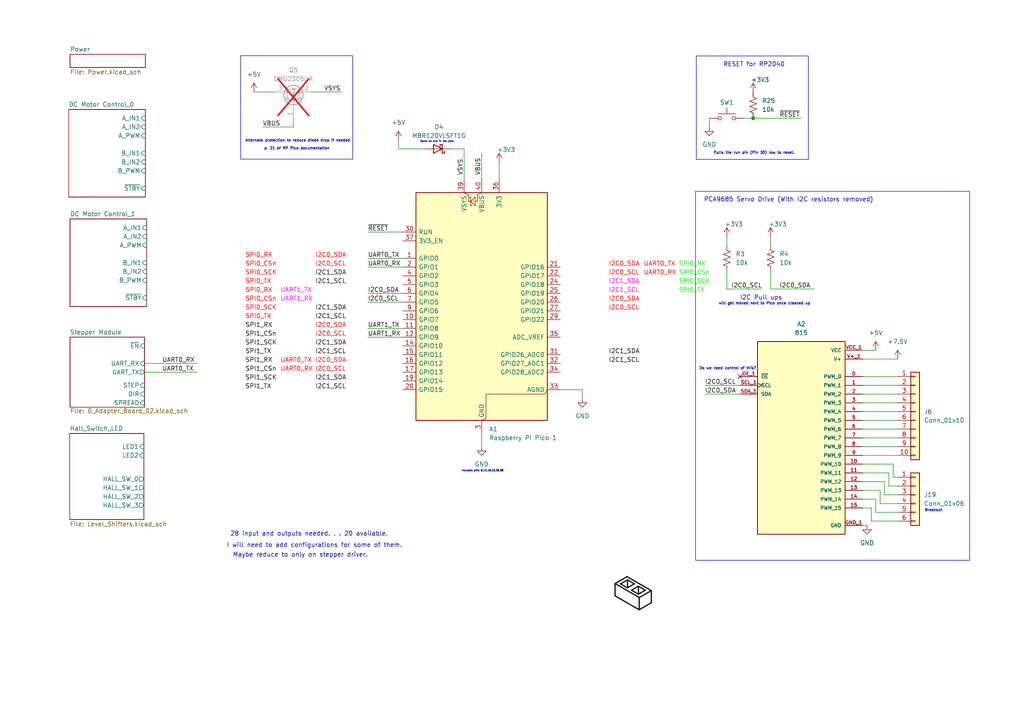
<source format=kicad_sch>
(kicad_sch (version 20250114) (generator "eeschema") (generator_version "9.0")
  (paper "A4")
  (title_block (title "Distribution Board") (date "2026-01-13") (rev "0.3") (company "basically"))
  (lib_symbols
    (symbol "815:815" (pin_names (offset 1.016))
      (property "Reference" "U" (at -12.7 28.702 0))
      (property "Value" "815" (at -12.7 -30.48 0))
      (symbol "815_0_0"
        (rectangle (start -12.7 -27.94) (end 12.7 27.94) (stroke (width 0.254)) (fill (type background)))
        (pin input line (at -17.78 17.78 0) (length 5.08) (name "~{OE}") (number "OE_1"))
        (pin input line (at -17.78 17.78 0) (length 5.08) (hide yes) (name "~{OE}") (number "OE_2"))
        (pin input clock (at -17.78 15.24 0) (length 5.08) (name "SCL") (number "SCL_1"))
        (pin input clock (at -17.78 15.24 0) (length 5.08) (hide yes) (name "SCL") (number "SCL_2"))
        (pin bidirectional line (at -17.78 12.7 0) (length 5.08) (name "SDA") (number "SDA_1"))
        (pin bidirectional line (at -17.78 12.7 0) (length 5.08) (hide yes) (name "SDA") (number "SDA_2"))
        (pin power_in line (at 17.78 25.4 180) (length 5.08) (name "VCC") (number "VCC_1"))
        (pin power_in line (at 17.78 25.4 180) (length 5.08) (hide yes) (name "VCC") (number "VCC_2"))
        (pin power_in line (at 17.78 22.86 180) (length 5.08) (name "V+") (number "V+_1"))
        (pin power_in line (at 17.78 22.86 180) (length 5.08) (hide yes) (name "V+") (number "V+_10"))
        (pin power_in line (at 17.78 22.86 180) (length 5.08) (hide yes) (name "V+") (number "V+_11"))
        (pin power_in line (at 17.78 22.86 180) (length 5.08) (hide yes) (name "V+") (number "V+_12"))
        (pin power_in line (at 17.78 22.86 180) (length 5.08) (hide yes) (name "V+") (number "V+_13"))
        (pin power_in line (at 17.78 22.86 180) (length 5.08) (hide yes) (name "V+") (number "V+_14"))
        (pin power_in line (at 17.78 22.86 180) (length 5.08) (hide yes) (name "V+") (number "V+_15"))
        (pin power_in line (at 17.78 22.86 180) (length 5.08) (hide yes) (name "V+") (number "V+_16"))
        (pin power_in line (at 17.78 22.86 180) (length 5.08) (hide yes) (name "V+") (number "V+_17"))
        (pin power_in line (at 17.78 22.86 180) (length 5.08) (hide yes) (name "V+") (number "V+_18"))
        (pin power_in line (at 17.78 22.86 180) (length 5.08) (hide yes) (name "V+") (number "V+_2"))
        (pin power_in line (at 17.78 22.86 180) (length 5.08) (hide yes) (name "V+") (number "V+_3"))
        (pin power_in line (at 17.78 22.86 180) (length 5.08) (hide yes) (name "V+") (number "V+_4"))
        (pin power_in line (at 17.78 22.86 180) (length 5.08) (hide yes) (name "V+") (number "V+_5"))
        (pin power_in line (at 17.78 22.86 180) (length 5.08) (hide yes) (name "V+") (number "V+_6"))
        (pin power_in line (at 17.78 22.86 180) (length 5.08) (hide yes) (name "V+") (number "V+_7"))
        (pin power_in line (at 17.78 22.86 180) (length 5.08) (hide yes) (name "V+") (number "V+_8"))
        (pin power_in line (at 17.78 22.86 180) (length 5.08) (hide yes) (name "V+") (number "V+_9"))
        (pin output line (at 17.78 17.78 180) (length 5.08) (name "PWM_0") (number "0"))
        (pin output line (at 17.78 15.24 180) (length 5.08) (name "PWM_1") (number "1"))
        (pin output line (at 17.78 12.7 180) (length 5.08) (name "PWM_2") (number "2"))
        (pin output line (at 17.78 10.16 180) (length 5.08) (name "PWM_3") (number "3"))
        (pin output line (at 17.78 7.62 180) (length 5.08) (name "PWM_4") (number "4"))
        (pin output line (at 17.78 5.08 180) (length 5.08) (name "PWM_5") (number "5"))
        (pin output line (at 17.78 2.54 180) (length 5.08) (name "PWM_6") (number "6"))
        (pin output line (at 17.78 0 180) (length 5.08) (name "PWM_7") (number "7"))
        (pin output line (at 17.78 -2.54 180) (length 5.08) (name "PWM_8") (number "8"))
        (pin output line (at 17.78 -5.08 180) (length 5.08) (name "PWM_9") (number "9"))
        (pin output line (at 17.78 -7.62 180) (length 5.08) (name "PWM_10") (number "10"))
        (pin output line (at 17.78 -10.16 180) (length 5.08) (name "PWM_11") (number "11"))
        (pin output line (at 17.78 -12.7 180) (length 5.08) (name "PWM_12") (number "12"))
        (pin output line (at 17.78 -15.24 180) (length 5.08) (name "PWM_13") (number "13"))
        (pin output line (at 17.78 -17.78 180) (length 5.08) (name "PWM_14") (number "14"))
        (pin output line (at 17.78 -20.32 180) (length 5.08) (name "PWM_15") (number "15"))
        (pin power_in line (at 17.78 -25.4 180) (length 5.08) (name "GND") (number "GND_1"))
        (pin power_in line (at 17.78 -25.4 180) (length 5.08) (hide yes) (name "GND") (number "GND_10"))
        (pin power_in line (at 17.78 -25.4 180) (length 5.08) (hide yes) (name "GND") (number "GND_11"))
        (pin power_in line (at 17.78 -25.4 180) (length 5.08) (hide yes) (name "GND") (number "GND_12"))
        (pin power_in line (at 17.78 -25.4 180) (length 5.08) (hide yes) (name "GND") (number "GND_13"))
        (pin power_in line (at 17.78 -25.4 180) (length 5.08) (hide yes) (name "GND") (number "GND_14"))
        (pin power_in line (at 17.78 -25.4 180) (length 5.08) (hide yes) (name "GND") (number "GND_15"))
        (pin power_in line (at 17.78 -25.4 180) (length 5.08) (hide yes) (name "GND") (number "GND_16"))
        (pin power_in line (at 17.78 -25.4 180) (length 5.08) (hide yes) (name "GND") (number "GND_17"))
        (pin power_in line (at 17.78 -25.4 180) (length 5.08) (hide yes) (name "GND") (number "GND_18"))
        (pin power_in line (at 17.78 -25.4 180) (length 5.08) (hide yes) (name "GND") (number "GND_2"))
        (pin power_in line (at 17.78 -25.4 180) (length 5.08) (hide yes) (name "GND") (number "GND_3"))
        (pin power_in line (at 17.78 -25.4 180) (length 5.08) (hide yes) (name "GND") (number "GND_4"))
        (pin power_in line (at 17.78 -25.4 180) (length 5.08) (hide yes) (name "GND") (number "GND_5"))
        (pin power_in line (at 17.78 -25.4 180) (length 5.08) (hide yes) (name "GND") (number "GND_6"))
        (pin power_in line (at 17.78 -25.4 180) (length 5.08) (hide yes) (name "GND") (number "GND_7"))
        (pin power_in line (at 17.78 -25.4 180) (length 5.08) (hide yes) (name "GND") (number "GND_8"))
        (pin power_in line (at 17.78 -25.4 180) (length 5.08) (hide yes) (name "GND") (number "GND_9"))
      )
    )
    (symbol "Connector_Generic:Conn_01x06" (pin_names (offset 1.016) (hide yes))
      (property "Reference" "J" (at 0 7.62 0))
      (property "Value" "Conn_01x06" (at 0 -10.16 0))
      (symbol "Conn_01x06_1_1"
        (rectangle (start -1.27 6.35) (end 1.27 -8.89) (stroke (width 0.254)) (fill (type background)))
        (rectangle (start -1.27 5.207) (end 0 4.953) (stroke (width 0.1524)))
        (rectangle (start -1.27 2.667) (end 0 2.413) (stroke (width 0.1524)))
        (rectangle (start -1.27 0.127) (end 0 -0.127) (stroke (width 0.1524)))
        (rectangle (start -1.27 -2.413) (end 0 -2.667) (stroke (width 0.1524)))
        (rectangle (start -1.27 -4.953) (end 0 -5.207) (stroke (width 0.1524)))
        (rectangle (start -1.27 -7.493) (end 0 -7.747) (stroke (width 0.1524)))
        (pin passive line (at -5.08 5.08 0) (length 3.81) (name "Pin_1") (number "1"))
        (pin passive line (at -5.08 2.54 0) (length 3.81) (name "Pin_2") (number "2"))
        (pin passive line (at -5.08 0 0) (length 3.81) (name "Pin_3") (number "3"))
        (pin passive line (at -5.08 -2.54 0) (length 3.81) (name "Pin_4") (number "4"))
        (pin passive line (at -5.08 -5.08 0) (length 3.81) (name "Pin_5") (number "5"))
        (pin passive line (at -5.08 -7.62 0) (length 3.81) (name "Pin_6") (number "6"))
      )
    )
    (symbol "Connector_Generic:Conn_01x10" (pin_names (offset 1.016) (hide yes))
      (property "Reference" "J" (at 0 12.7 0))
      (property "Value" "Conn_01x10" (at 0 -15.24 0))
      (symbol "Conn_01x10_1_1"
        (rectangle (start -1.27 11.43) (end 1.27 -13.97) (stroke (width 0.254)) (fill (type background)))
        (rectangle (start -1.27 10.287) (end 0 10.033) (stroke (width 0.1524)))
        (rectangle (start -1.27 7.747) (end 0 7.493) (stroke (width 0.1524)))
        (rectangle (start -1.27 5.207) (end 0 4.953) (stroke (width 0.1524)))
        (rectangle (start -1.27 2.667) (end 0 2.413) (stroke (width 0.1524)))
        (rectangle (start -1.27 0.127) (end 0 -0.127) (stroke (width 0.1524)))
        (rectangle (start -1.27 -2.413) (end 0 -2.667) (stroke (width 0.1524)))
        (rectangle (start -1.27 -4.953) (end 0 -5.207) (stroke (width 0.1524)))
        (rectangle (start -1.27 -7.493) (end 0 -7.747) (stroke (width 0.1524)))
        (rectangle (start -1.27 -10.033) (end 0 -10.287) (stroke (width 0.1524)))
        (rectangle (start -1.27 -12.573) (end 0 -12.827) (stroke (width 0.1524)))
        (pin passive line (at -5.08 10.16 0) (length 3.81) (name "Pin_1") (number "1"))
        (pin passive line (at -5.08 7.62 0) (length 3.81) (name "Pin_2") (number "2"))
        (pin passive line (at -5.08 5.08 0) (length 3.81) (name "Pin_3") (number "3"))
        (pin passive line (at -5.08 2.54 0) (length 3.81) (name "Pin_4") (number "4"))
        (pin passive line (at -5.08 0 0) (length 3.81) (name "Pin_5") (number "5"))
        (pin passive line (at -5.08 -2.54 0) (length 3.81) (name "Pin_6") (number "6"))
        (pin passive line (at -5.08 -5.08 0) (length 3.81) (name "Pin_7") (number "7"))
        (pin passive line (at -5.08 -7.62 0) (length 3.81) (name "Pin_8") (number "8"))
        (pin passive line (at -5.08 -10.16 0) (length 3.81) (name "Pin_9") (number "9"))
        (pin passive line (at -5.08 -12.7 0) (length 3.81) (name "Pin_10") (number "10"))
      )
    )
    (symbol "Device:D_Schottky" (pin_numbers (hide yes)) (pin_names (offset 1.016) (hide yes))
      (property "Reference" "D" (at 0 2.54 0))
      (property "Value" "D_Schottky" (at 0 -2.54 0))
      (symbol "D_Schottky_0_1"
        (polyline (pts (xy -1.905 0.635) (xy -1.905 1.27) (xy -1.27 1.27) (xy -1.27 -1.27) (xy -0.635 -1.27) (xy -0.635 -0.635)) (stroke (width 0.254)))
        (polyline (pts (xy 1.27 1.27) (xy 1.27 -1.27) (xy -1.27 0) (xy 1.27 1.27)) (stroke (width 0.254)))
        (polyline (pts (xy 1.27 0) (xy -1.27 0)))
      )
      (symbol "D_Schottky_1_1"
        (pin passive line (at -3.81 0 0) (length 2.54) (name "K") (number "1"))
        (pin passive line (at 3.81 0 180) (length 2.54) (name "A") (number "2"))
      )
    )
    (symbol "Device:R_US" (pin_numbers (hide yes)) (pin_names (offset 0))
      (property "Reference" "R" (at 2.54 0 90))
      (property "Value" "R_US" (at -2.54 0 90))
      (symbol "R_US_0_1"
        (polyline (pts (xy 0 2.286) (xy 0 2.54)))
        (polyline (pts (xy 0 2.286) (xy 1.016 1.905) (xy 0 1.524) (xy -1.016 1.143) (xy 0 0.762)))
        (polyline (pts (xy 0 0.762) (xy 1.016 0.381) (xy 0 0) (xy -1.016 -0.381) (xy 0 -0.762)))
        (polyline (pts (xy 0 -0.762) (xy 1.016 -1.143) (xy 0 -1.524) (xy -1.016 -1.905) (xy 0 -2.286)))
        (polyline (pts (xy 0 -2.286) (xy 0 -2.54)))
      )
      (symbol "R_US_1_1"
        (pin passive line (at 0 3.81 270) (length 1.27) (name "~") (number "1"))
        (pin passive line (at 0 -3.81 90) (length 1.27) (name "~") (number "2"))
      )
    )
    (symbol "MCU_Module:RaspberryPi_Pico" (pin_names (offset 0.762))
      (property "Reference" "A" (at -19.05 35.56 0))
      (property "Value" "RaspberryPi_Pico" (at 7.62 35.56 0))
      (symbol "RaspberryPi_Pico_0_1"
        (rectangle (start -19.05 34.29) (end 19.05 -31.75) (stroke (width 0.254)) (fill (type background)))
        (polyline (pts (xy -5.08 34.29) (xy -3.81 33.655) (xy -3.81 31.75) (xy -3.175 31.75)))
        (polyline (pts (xy -3.429 32.766) (xy -3.429 33.02) (xy -3.175 33.02) (xy -3.175 30.48) (xy -2.921 30.48) (xy -2.921 30.734)))
        (polyline (pts (xy -3.175 31.75) (xy -1.905 33.02) (xy -1.905 30.48) (xy -3.175 31.75)))
        (polyline (pts (xy 0 34.29) (xy -1.27 33.655) (xy -1.27 31.75) (xy -1.905 31.75)))
        (polyline (pts (xy 0 -31.75) (xy 1.27 -31.115) (xy 1.27 -24.13) (xy 18.415 -24.13) (xy 19.05 -22.86)))
      )
      (symbol "RaspberryPi_Pico_1_1"
        (pin passive line (at -22.86 22.86 0) (length 3.81) (name "RUN") (number "30"))
        (pin passive line (at -22.86 20.32 0) (length 3.81) (name "3V3_EN") (number "37"))
        (pin bidirectional line (at -22.86 15.24 0) (length 3.81) (name "GPIO0") (number "1"))
        (pin bidirectional line (at -22.86 12.7 0) (length 3.81) (name "GPIO1") (number "2"))
        (pin bidirectional line (at -22.86 10.16 0) (length 3.81) (name "GPIO2") (number "4"))
        (pin bidirectional line (at -22.86 7.62 0) (length 3.81) (name "GPIO3") (number "5"))
        (pin bidirectional line (at -22.86 5.08 0) (length 3.81) (name "GPIO4") (number "6"))
        (pin bidirectional line (at -22.86 2.54 0) (length 3.81) (name "GPIO5") (number "7"))
        (pin bidirectional line (at -22.86 0 0) (length 3.81) (name "GPIO6") (number "9"))
        (pin bidirectional line (at -22.86 -2.54 0) (length 3.81) (name "GPIO7") (number "10"))
        (pin bidirectional line (at -22.86 -5.08 0) (length 3.81) (name "GPIO8") (number "11"))
        (pin bidirectional line (at -22.86 -7.62 0) (length 3.81) (name "GPIO9") (number "12"))
        (pin bidirectional line (at -22.86 -10.16 0) (length 3.81) (name "GPIO10") (number "14"))
        (pin bidirectional line (at -22.86 -12.7 0) (length 3.81) (name "GPIO11") (number "15"))
        (pin bidirectional line (at -22.86 -15.24 0) (length 3.81) (name "GPIO12") (number "16"))
        (pin bidirectional line (at -22.86 -17.78 0) (length 3.81) (name "GPIO13") (number "17"))
        (pin bidirectional line (at -22.86 -20.32 0) (length 3.81) (name "GPIO14") (number "19"))
        (pin bidirectional line (at -22.86 -22.86 0) (length 3.81) (name "GPIO15") (number "20"))
        (pin power_in line (at -5.08 38.1 270) (length 3.81) (name "VSYS") (number "39"))
        (pin power_out line (at 0 38.1 270) (length 3.81) (name "VBUS") (number "40"))
        (pin passive line (at 0 -35.56 90) (length 3.81) (hide yes) (name "GND") (number "13"))
        (pin passive line (at 0 -35.56 90) (length 3.81) (hide yes) (name "GND") (number "18"))
        (pin passive line (at 0 -35.56 90) (length 3.81) (hide yes) (name "GND") (number "23"))
        (pin passive line (at 0 -35.56 90) (length 3.81) (hide yes) (name "GND") (number "28"))
        (pin power_out line (at 0 -35.56 90) (length 3.81) (name "GND") (number "3"))
        (pin passive line (at 0 -35.56 90) (length 3.81) (hide yes) (name "GND") (number "38"))
        (pin passive line (at 0 -35.56 90) (length 3.81) (hide yes) (name "GND") (number "8"))
        (pin power_out line (at 5.08 38.1 270) (length 3.81) (name "3V3") (number "36"))
        (pin bidirectional line (at 22.86 12.7 180) (length 3.81) (name "GPIO16") (number "21"))
        (pin bidirectional line (at 22.86 10.16 180) (length 3.81) (name "GPIO17") (number "22"))
        (pin bidirectional line (at 22.86 7.62 180) (length 3.81) (name "GPIO18") (number "24"))
        (pin bidirectional line (at 22.86 5.08 180) (length 3.81) (name "GPIO19") (number "25"))
        (pin bidirectional line (at 22.86 2.54 180) (length 3.81) (name "GPIO20") (number "26"))
        (pin bidirectional line (at 22.86 0 180) (length 3.81) (name "GPIO21") (number "27"))
        (pin bidirectional line (at 22.86 -2.54 180) (length 3.81) (name "GPIO22") (number "29"))
        (pin power_in line (at 22.86 -7.62 180) (length 3.81) (name "ADC_VREF") (number "35"))
        (pin bidirectional line (at 22.86 -12.7 180) (length 3.81) (name "GPIO26_ADC0") (number "31"))
        (pin bidirectional line (at 22.86 -15.24 180) (length 3.81) (name "GPIO27_ADC1") (number "32"))
        (pin bidirectional line (at 22.86 -17.78 180) (length 3.81) (name "GPIO28_ADC2") (number "34"))
        (pin power_out line (at 22.86 -22.86 180) (length 3.81) (name "AGND") (number "33"))
      )
    )
    (symbol "Switch:SW_Push" (pin_numbers (hide yes)) (pin_names (offset 1.016) (hide yes))
      (property "Reference" "SW" (at 1.27 2.54 0))
      (property "Value" "SW_Push" (at 0 -1.524 0))
      (symbol "SW_Push_0_1"
        (circle (center -2.032 0) (radius 0.508))
        (polyline (pts (xy 0 1.27) (xy 0 3.048)))
        (circle (center 2.032 0) (radius 0.508))
        (polyline (pts (xy 2.54 1.27) (xy -2.54 1.27)))
        (pin passive line (at -5.08 0 0) (length 2.54) (name "1") (number "1"))
        (pin passive line (at 5.08 0 180) (length 2.54) (name "2") (number "2"))
      )
    )
    (symbol "Transistor_FET:DMG2301L" (pin_names (hide yes))
      (property "Reference" "Q" (at 5.08 1.905 0))
      (property "Value" "DMG2301L" (at 5.08 0 0))
      (symbol "DMG2301L_0_1"
        (polyline (pts (xy 0.254 1.905) (xy 0.254 -1.905)) (stroke (width 0.254)))
        (polyline (pts (xy 0.254 0) (xy -2.54 0)))
        (polyline (pts (xy 0.762 2.286) (xy 0.762 1.27)) (stroke (width 0.254)))
        (polyline (pts (xy 0.762 1.778) (xy 3.302 1.778) (xy 3.302 -1.778) (xy 0.762 -1.778)))
        (polyline (pts (xy 0.762 0.508) (xy 0.762 -0.508)) (stroke (width 0.254)))
        (polyline (pts (xy 0.762 -1.27) (xy 0.762 -2.286)) (stroke (width 0.254)))
        (circle (center 1.651 0) (radius 2.794) (stroke (width 0.254)))
        (polyline (pts (xy 2.286 0) (xy 1.27 0.381) (xy 1.27 -0.381) (xy 2.286 0)) (fill (type outline)))
        (polyline (pts (xy 2.54 2.54) (xy 2.54 1.778)))
        (circle (center 2.54 1.778) (radius 0.254) (fill (type outline)))
        (circle (center 2.54 -1.778) (radius 0.254) (fill (type outline)))
        (polyline (pts (xy 2.54 -2.54) (xy 2.54 0) (xy 0.762 0)))
        (polyline (pts (xy 2.794 -0.508) (xy 2.921 -0.381) (xy 3.683 -0.381) (xy 3.81 -0.254)))
        (polyline (pts (xy 3.302 -0.381) (xy 2.921 0.254) (xy 3.683 0.254) (xy 3.302 -0.381)))
      )
      (symbol "DMG2301L_1_1"
        (pin input line (at -5.08 0 0) (length 2.54) (name "G") (number "1"))
        (pin passive line (at 2.54 5.08 270) (length 2.54) (name "D") (number "3"))
        (pin passive line (at 2.54 -5.08 90) (length 2.54) (name "S") (number "2"))
      )
    )
    (symbol "power:+3V3" (power) (pin_numbers (hide yes)) (pin_names (offset 0) (hide yes))
      (property "Value" "+3V3" (at 0 3.556 0))
      (symbol "+3V3_0_1"
        (polyline (pts (xy -0.762 1.27) (xy 0 2.54)))
        (polyline (pts (xy 0 2.54) (xy 0.762 1.27)))
        (polyline (pts (xy 0 0) (xy 0 2.54)))
      )
      (symbol "+3V3_1_1"
        (pin power_in line (at 0 0 90) (length 0) (name "~") (number "1"))
      )
    )
    (symbol "power:+5V" (power) (pin_numbers (hide yes)) (pin_names (offset 0) (hide yes))
      (property "Value" "+5V" (at 0 3.556 0))
      (symbol "+5V_0_1"
        (polyline (pts (xy -0.762 1.27) (xy 0 2.54)))
        (polyline (pts (xy 0 2.54) (xy 0.762 1.27)))
        (polyline (pts (xy 0 0) (xy 0 2.54)))
      )
      (symbol "+5V_1_1"
        (pin power_in line (at 0 0 90) (length 0) (name "~") (number "1"))
      )
    )
    (symbol "power:+7.5V" (power) (pin_numbers (hide yes)) (pin_names (offset 0) (hide yes))
      (property "Value" "+7.5V" (at 0 3.556 0))
      (symbol "+7.5V_0_1"
        (polyline (pts (xy -0.762 1.27) (xy 0 2.54)))
        (polyline (pts (xy 0 2.54) (xy 0.762 1.27)))
        (polyline (pts (xy 0 0) (xy 0 2.54)))
      )
      (symbol "+7.5V_1_1"
        (pin power_in line (at 0 0 90) (length 0) (name "~") (number "1"))
      )
    )
    (symbol "power:GND" (power) (pin_numbers (hide yes)) (pin_names (offset 0) (hide yes))
      (property "Value" "GND" (at 0 -3.81 0))
      (symbol "GND_0_1"
        (polyline (pts (xy 0 0) (xy 0 -1.27) (xy 1.27 -1.27) (xy 0 -2.54) (xy -1.27 -1.27) (xy 0 -1.27)))
      )
      (symbol "GND_1_1"
        (pin power_in line (at 0 0 270) (length 0) (name "~") (number "1"))
      )
    )
  )
  (polyline (pts (xy 184.3039 169.3306) (xy 182.0003 170.701) (xy 179.6441 169.3612) (xy 180.3124 169.3612) (xy 181.8357 170.2408) (xy 181.8357 168.4817) (xy 182.1678 168.4817) (xy 182.1678 170.19) (xy 183.6373 169.3327) (xy 182.1678 168.4817) (xy 181.8357 168.4817) (xy 180.3124 169.3612) (xy 179.6441 169.3612) (xy 179.6432 169.3607) (xy 182 168) (xy 184.3039 169.3306)) (stroke (width -0.0001) (type solid) (color 0 0 0 1)) (fill (type color) (color 0 0 0 1)))
  (rectangle (start 69.81 16.15) (end 102.31 46.15))
  (polyline (pts (xy 185.1766 169.8368) (xy 187.4805 171.1674) (xy 185.177 172.5378) (xy 182.8205 171.198) (xy 183.489 171.198) (xy 185.0124 172.0776) (xy 185.0124 172.0269) (xy 185.3445 172.0269) (xy 186.8139 171.1694) (xy 185.3445 170.3185) (xy 185.3445 172.0269) (xy 185.0124 172.0269) (xy 185.0124 170.3185) (xy 183.489 171.198) (xy 182.8205 171.198) (xy 182.8198 171.1975) (xy 185.1766 169.8368) (xy 185.1766 169.8368)) (stroke (width -0.0001) (type solid) (color 0 0 0 1)) (fill (type color) (color 0 0 0 1)))
  (rectangle (start 201.73 55.5) (end 281.23 162.5))
  (polyline (pts (xy 189.0826 171.2253) (xy 189.0826 174.9035) (xy 185.3743 177.0431) (xy 178.2174 172.9153) (xy 178.2174 172.7176) (xy 178.5525 172.7176) (xy 185.2371 176.5771) (xy 185.2371 173.4177) (xy 185.5721 173.4177) (xy 185.5721 176.5434) (xy 188.7462 174.7108) (xy 188.7462 171.5851) (xy 185.5721 173.4177) (xy 185.2371 173.4177) (xy 185.2371 173.3943) (xy 178.5525 169.535) (xy 178.5525 172.7176) (xy 178.2174 172.7176) (xy 178.2174 169.2535) (xy 178.7349 169.2535) (xy 185.4249 173.1159) (xy 188.5599 171.3059) (xy 181.8689 167.4429) (xy 178.7349 169.2535) (xy 178.2174 169.2535) (xy 178.2174 169.1678) (xy 181.8509 167.0456) (xy 189.0826 171.2253)) (stroke (width -0.0001) (type solid) (color 0 0 0 1)) (fill (type color) (color 0 0 0 1)))
  (rectangle (start 201.95 16.23) (end 234.45 46.23))
  (text "Do we need control of this?" (at 211.074 106.934 0) (effects (font (size 0.762 0.762))))
  (text "I will need to add configurations for some of them. " (at 91.694 158.242 0) (effects (font (size 1.27 1.27))))
  (text "Pulls the run pin (Pin 30) low to reset." (at 218.694 44.45 0) (effects (font (size 0.762 0.762))))
  (text "Breakout" (at 270.764 148.082 0) (effects (font (size 0.762 0.762))))
  (text "p. 21 of RP Pico documentation" (at 86.106 43.18 0) (effects (font (size 0.762 0.762))))
  (text "PCA9685 Servo Drive (With I2C resistors removed)" (at 228.73 58 0) (effects (font (size 1.27 1.27))))
  (text "RESET for RP2040" (at 218.694 18.796 0) (effects (font (size 1.27 1.27))))
  (text "Maybe reduce to only on stepper driver." (at 87.122 161.036 0) (effects (font (size 1.27 1.27))))
  (text "will get moved next to Pico once cleaned up" (at 221.742 88.138 0) (effects (font (size 0.762 0.762))))
  (text "I2C Pull ups\n" (at 220.73 86.46 0) (effects (font (size 1.27 1.27))))
  (text "Alternate protection to reduce diode drop if needed" (at 86.36 40.894 0) (effects (font (size 0.762 0.762))))
  (text "Same as one in the pico" (at 126.746 41.148 0) (effects (font (size 0.508 0.508))))
  (text "Includes pins 8,13,18,23,28,38" (at 139.954 136.652 0) (effects (font (size 0.508 0.508))))
  (text "28 input and outputs needed. . . 20 available." (at 89.662 154.94 0) (effects (font (size 1.27 1.27))))
  (junction (at 218.44 34.29))
  (no_connect (at 214.63 109.22))
  (wire (pts (xy 115.57 40.64) (xy 115.57 43.18)))
  (wire (pts (xy 115.57 43.18) (xy 123.19 43.18)))
  (wire (pts (xy 254 148.59) (xy 254 144.78)))
  (wire (pts (xy 260.35 119.38) (xy 250.19 119.38)))
  (wire (pts (xy 85.09 36.83) (xy 85.09 34.29)))
  (wire (pts (xy 106.68 87.63) (xy 116.84 87.63)))
  (wire (pts (xy 252.73 147.32) (xy 250.19 147.32)))
  (wire (pts (xy 130.81 43.18) (xy 134.62 43.18)))
  (wire (pts (xy 256.54 143.51) (xy 256.54 139.7)))
  (wire (pts (xy 106.68 85.09) (xy 116.84 85.09)))
  (wire (pts (xy 250.19 152.4) (xy 251.46 152.4)))
  (wire (pts (xy 73.66 26.67) (xy 80.01 26.67)))
  (wire (pts (xy 260.35 111.76) (xy 250.19 111.76)))
  (wire (pts (xy 257.81 140.97) (xy 257.81 137.16)))
  (wire (pts (xy 139.7 125.73) (xy 139.7 129.54)))
  (wire (pts (xy 252.73 151.13) (xy 252.73 147.32)))
  (wire (pts (xy 204.47 114.3) (xy 214.63 114.3)))
  (wire (pts (xy 260.35 109.22) (xy 250.19 109.22)))
  (wire (pts (xy 204.47 111.76) (xy 214.63 111.76)))
  (wire (pts (xy 260.35 116.84) (xy 250.19 116.84)))
  (wire (pts (xy 260.35 124.46) (xy 250.19 124.46)))
  (wire (pts (xy 106.68 95.25) (xy 116.84 95.25)))
  (wire (pts (xy 260.35 140.97) (xy 257.81 140.97)))
  (wire (pts (xy 223.52 83.82) (xy 236.22 83.82)))
  (wire (pts (xy 106.68 74.93) (xy 116.84 74.93)))
  (wire (pts (xy 260.35 121.92) (xy 250.19 121.92)))
  (wire (pts (xy 260.35 148.59) (xy 254 148.59)))
  (wire (pts (xy 205.74 34.29) (xy 205.74 36.83)))
  (wire (pts (xy 210.82 68.58) (xy 210.82 71.12)))
  (wire (pts (xy 260.35 129.54) (xy 250.19 129.54)))
  (wire (pts (xy 210.82 83.82) (xy 220.98 83.82)))
  (wire (pts (xy 260.35 146.05) (xy 255.27 146.05)))
  (wire (pts (xy 260.35 151.13) (xy 252.73 151.13)))
  (wire (pts (xy 259.08 138.43) (xy 259.08 134.62)))
  (wire (pts (xy 168.91 113.03) (xy 162.56 113.03)))
  (wire (pts (xy 215.9 34.29) (xy 218.44 34.29)))
  (wire (pts (xy 41.91 105.41) (xy 57.15 105.41)))
  (wire (pts (xy 256.54 139.7) (xy 250.19 139.7)))
  (wire (pts (xy 106.68 67.31) (xy 116.84 67.31)))
  (wire (pts (xy 250.19 101.6) (xy 254 101.6)))
  (wire (pts (xy 210.82 78.74) (xy 210.82 83.82)))
  (wire (pts (xy 76.2 36.83) (xy 85.09 36.83)))
  (wire (pts (xy 41.91 107.95) (xy 57.15 107.95)))
  (wire (pts (xy 260.35 143.51) (xy 256.54 143.51)))
  (wire (pts (xy 260.35 127) (xy 250.19 127)))
  (wire (pts (xy 134.62 43.18) (xy 134.62 52.07)))
  (wire (pts (xy 250.19 104.14) (xy 260.35 104.14)))
  (wire (pts (xy 260.35 114.3) (xy 250.19 114.3)))
  (wire (pts (xy 218.44 34.29) (xy 232.41 34.29)))
  (wire (pts (xy 260.35 132.08) (xy 250.19 132.08)))
  (wire (pts (xy 255.27 142.24) (xy 250.19 142.24)))
  (wire (pts (xy 255.27 146.05) (xy 255.27 142.24)))
  (wire (pts (xy 90.17 26.67) (xy 99.06 26.67)))
  (wire (pts (xy 168.91 115.57) (xy 168.91 113.03)))
  (wire (pts (xy 259.08 134.62) (xy 250.19 134.62)))
  (wire (pts (xy 254 144.78) (xy 250.19 144.78)))
  (wire (pts (xy 106.68 77.47) (xy 116.84 77.47)))
  (wire (pts (xy 144.78 46.99) (xy 144.78 52.07)))
  (wire (pts (xy 139.7 44.45) (xy 139.7 52.07)))
  (wire (pts (xy 223.52 78.74) (xy 223.52 83.82)))
  (polyline (pts (xy 182 168) (xy 182 168)) (stroke (width -0.0001) (type solid)))
  (wire (pts (xy 257.81 137.16) (xy 250.19 137.16)))
  (wire (pts (xy 259.08 138.43) (xy 260.35 138.43)))
  (wire (pts (xy 106.68 97.79) (xy 116.84 97.79)))
  (wire (pts (xy 223.52 68.58) (xy 223.52 71.12)))
  (label "I2C0_SDA" (at 176.53 87.63 0))
  (label "VBUS" (at 76.2 36.83 0))
  (label "UART0_TX" (at 186.69 77.47 0))
  (label "UART0_TX" (at 81.28 105.41 0))
  (label "SPI1_CSn" (at 71.12 107.95 0))
  (label "I2C0_SDA" (at 204.47 114.3 0))
  (label "SPI0_CSn" (at 71.12 77.47 0))
  (label "UART0_RX" (at 81.28 107.95 0))
  (label "UART1_RX" (at 81.28 87.63 0))
  (label "I2C0_SCL" (at 204.47 111.76 0))
  (label "UART0_RX" (at 46.99 105.41 0))
  (label "I2C1_SDA" (at 91.44 80.01 0))
  (label "I2C1_SCL" (at 91.44 82.55 0))
  (label "I2C1_SDA" (at 176.53 82.55 0))
  (label "VSYS" (at 93.98 26.67 0))
  (label "SPI0_TX" (at 71.12 92.71 0))
  (label "I2C1_SDA" (at 91.44 110.49 0))
  (label "I2C1_SDA" (at 91.44 100.33 0))
  (label "SPI1_RX" (at 71.12 105.41 0))
  (label "UART1_TX" (at 81.28 85.09 0))
  (label "SPI1_SCK" (at 71.12 110.49 0))
  (label "I2C0_SCL" (at 106.68 87.63 0))
  (label "SPI1_RX" (at 71.12 95.25 0))
  (label "I2C0_SDA" (at 176.53 77.47 0))
  (label "SPI0_CSn" (at 196.85 80.01 0))
  (label "I2C1_SCL" (at 91.44 102.87 0))
  (label "I2C1_SCL" (at 91.44 92.71 0))
  (label "SPI0_RX" (at 71.12 85.09 0))
  (label "UART1_RX" (at 106.68 97.79 0))
  (label "I2C0_SCL" (at 91.44 97.79 0))
  (label "UART0_RX" (at 106.68 77.47 0))
  (label "I2C0_SDA" (at 91.44 95.25 0))
  (label "I2C1_SDA" (at 91.44 90.17 0))
  (label "SPI0_TX" (at 196.85 85.09 0))
  (label "~{RESET}" (at 106.68 67.31 0))
  (label "I2C0_SCL" (at 176.53 80.01 0))
  (label "I2C1_SCL" (at 176.53 105.41 0))
  (label "I2C0_SDA" (at 226.06 83.82 0))
  (label "SPI0_RX" (at 71.12 74.93 0))
  (label "SPI1_TX" (at 71.12 113.03 0))
  (label "SPI0_SCK" (at 71.12 90.17 0))
  (label "I2C1_SCL" (at 176.53 85.09 0))
  (label "I2C0_SCL" (at 91.44 107.95 0))
  (label "I2C0_SDA" (at 91.44 105.41 0))
  (label "SPI1_SCK" (at 71.12 100.33 0))
  (label "SPI1_CSn" (at 71.12 97.79 0))
  (label "UART1_TX" (at 106.68 95.25 0))
  (label "SPI1_TX" (at 71.12 102.87 0))
  (label "I2C0_SCL" (at 91.44 77.47 0))
  (label "SPI0_CSn" (at 71.12 87.63 0))
  (label "I2C0_SDA" (at 91.44 74.93 0))
  (label "UART0_RX" (at 186.69 80.01 0))
  (label "I2C1_SDA" (at 176.53 102.87 0))
  (label "I2C0_SCL" (at 176.53 90.17 0))
  (label "~{RESET}" (at 226.06 34.29 0))
  (label "SPI0_RX" (at 196.85 77.47 0))
  (label "UART0_TX" (at 106.68 74.93 0))
  (label "VBUS" (at 139.7 50.8 90))
  (label "SPI0_SCK" (at 196.85 82.55 0))
  (label "I2C0_SCL" (at 212.09 83.82 0))
  (label "I2C1_SCL" (at 91.44 113.03 0))
  (label "UART0_TX" (at 46.99 107.95 0))
  (label "SPI0_TX" (at 71.12 82.55 0))
  (label "I2C0_SDA" (at 106.68 85.09 0))
  (label "SPI0_SCK" (at 71.12 80.01 0))
  (label "VSYS" (at 134.62 50.8 90))
  (symbol (lib_id "power:+5V") (at 73.66 26.67 0) (unit 1)
    (property "Reference" "#PWR055" (effects (hide yes)))
    (property "Value" "+5V" (at 73.66 21.59 0))
    (property "Description" "Power symbol creates a global label with name \"+5V\"" (effects (hide yes)))
  )
  (symbol (lib_id "power:GND") (at 168.91 115.57 0) (unit 1)
    (property "Reference" "#PWR012" (effects (hide yes)))
    (property "Value" "GND" (at 168.91 120.65 0))
    (property "Description" "Power symbol creates a global label with name \"GND\" , ground" (effects (hide yes)))
  )
  (symbol (lib_id "power:+5V") (at 115.57 40.64 0) (unit 1)
    (property "Reference" "#PWR054" (effects (hide yes)))
    (property "Value" "+5V" (at 115.57 35.56 0))
    (property "Description" "Power symbol creates a global label with name \"+5V\"" (effects (hide yes)))
  )
  (symbol (lib_id "power:GND") (at 205.74 36.83 0) (unit 1)
    (property "Reference" "#PWR073" (effects (hide yes)))
    (property "Value" "GND" (at 205.74 41.91 0))
    (property "Description" "Power symbol creates a global label with name \"GND\" , ground" (effects (hide yes)))
  )
  (symbol (lib_id "Connector_Generic:Conn_01x06") (at 265.43 143.51 0) (unit 1)
    (property "Reference" "J19" (at 267.97 143.5099 0) (effects (justify left)))
    (property "Value" "Conn_01x06" (at 267.97 146.0499 0) (effects (justify left)))
    (property "Footprint" "Connector_PinHeader_2.54mm:PinHeader_1x06_P2.54mm_Vertical" (effects (hide yes)))
    (property "Description" "Generic connector, single row, 01x06, script generated (kicad-library-utils/schlib/autogen/connector/)" (effects (hide yes)))
  )
  (symbol (lib_id "power:+3V3") (at 223.52 68.58 0) (unit 1)
    (property "Reference" "#PWR016" (effects (hide yes)))
    (property "Value" "+3V3" (at 225.552 65.024 0))
    (property "Description" "Power symbol creates a global label with name \"+3V3\"" (effects (hide yes)))
  )
  (symbol (lib_id "Transistor_FET:DMG2301L") (at 85.09 29.21 90) (unit 1) (dnp yes)
    (property "Reference" "Q5" (at 85.09 20.32 90))
    (property "Value" "DMG2305UX" (at 85.09 22.86 90))
    (property "Footprint" "Package_TO_SOT_SMD:SOT-23" (effects (hide yes)))
    (property "Datasheet" "https://www.diodes.com/assets/Datasheets/DMG2301L.pdf" (effects (hide yes)))
    (property "Description" "-3A Id, -20V Vds, P-Channel MOSFET, SOT-23" (effects (hide yes)))
  )
  (symbol (lib_id "power:+3V3") (at 144.78 46.99 0) (unit 1)
    (property "Reference" "#PWR010" (effects (hide yes)))
    (property "Value" "+3V3" (at 146.812 43.434 0))
    (property "Description" "Power symbol creates a global label with name \"+3V3\"" (effects (hide yes)))
  )
  (symbol (lib_id "power:+5V") (at 254 101.6 0) (unit 1)
    (property "Reference" "#PWR020" (effects (hide yes)))
    (property "Value" "+5V" (at 254 96.52 0))
    (property "Description" "Power symbol creates a global label with name \"+5V\"" (effects (hide yes)))
  )
  (symbol (lib_id "power:+3V3") (at 218.44 26.67 0) (unit 1)
    (property "Reference" "#PWR072" (effects (hide yes)))
    (property "Value" "+3V3" (at 220.472 23.114 0))
    (property "Description" "Power symbol creates a global label with name \"+3V3\"" (effects (hide yes)))
  )
  (symbol (lib_id "Device:R_US") (at 210.82 74.93 0) (unit 1)
    (property "Reference" "R3" (at 213.36 73.6599 0) (effects (justify left)))
    (property "Value" "10k" (at 213.36 76.1999 0) (effects (justify left)))
    (property "Footprint" "Resistor_SMD:R_0805_2012Metric_Pad1.20x1.40mm_HandSolder" (effects (hide yes)))
    (property "Description" "Resistor, US symbol" (effects (hide yes)))
  )
  (symbol (lib_id "Switch:SW_Push") (at 210.82 34.29 0) (unit 1)
    (property "Reference" "SW1" (at 210.82 29.718 0))
    (property "Value" "SW_Push" (effects (hide yes)))
    (property "Description" "Push button switch, generic, two pins" (effects (hide yes)))
  )
  (symbol (lib_id "MCU_Module:RaspberryPi_Pico") (at 139.7 90.17 0) (unit 1)
    (property "Reference" "A1" (at 141.8433 124.46 0) (effects (justify left)))
    (property "Value" "Raspberry Pi Pico 1" (at 141.8433 127 0) (effects (justify left)))
    (property "Footprint" "Module:RaspberryPi_Pico_Common_Unspecified" (effects (hide yes)))
    (property "Datasheet" "https://datasheets.raspberrypi.com/pico/pico-datasheet.pdf" (effects (hide yes)))
    (property "Description" "Versatile and inexpensive microcontroller module powered by RP2040 dual-core Arm Cortex-M0+ processor up to 133 MHz, 264kB SRAM, 2MB QSPI flash; also supports Raspberry Pi Pico 2" (effects (hide yes)))
  )
  (symbol (lib_id "Device:R_US") (at 223.52 74.93 0) (unit 1)
    (property "Reference" "R4" (at 226.06 73.6599 0) (effects (justify left)))
    (property "Value" "10k" (at 226.06 76.1999 0) (effects (justify left)))
    (property "Footprint" "Resistor_SMD:R_0805_2012Metric_Pad1.20x1.40mm_HandSolder" (effects (hide yes)))
    (property "Description" "Resistor, US symbol" (effects (hide yes)))
  )
  (symbol (lib_id "815:815") (at 232.41 127 0) (unit 1)
    (property "Reference" "A2" (at 232.41 93.98 0))
    (property "Value" "815" (at 232.41 96.52 0))
    (property "Footprint" "815:MODULE_815" (effects (hide yes)))
    (property "MF" "Adafruit" (effects (hide yes)))
    (property "SNAPEDA_PACKAGE_ID" "124074" (effects (hide yes)))
    (property "Package" "Non-Standard Adafruit" (effects (hide yes)))
    (property "Price" "None" (effects (hide yes)))
    (property "Check_prices" "https://www.snapeda.com/parts/815/Adafruit+Industries/view-part/?ref=eda" (effects (hide yes)))
    (property "STANDARD" "Manufacturer Recommendations" (effects (hide yes)))
    (property "PARTREV" "C" (effects (hide yes)))
    (property "SnapEDA_Link" "https://www.snapeda.com/parts/815/Adafruit+Industries/view-part/?ref=snap" (effects (hide yes)))
    (property "MP" "815" (effects (hide yes)))
    (property "Purchase-URL" "https://www.snapeda.com/api/url_track_click_mouser/?unipart_id=4816438&manufacturer=Adafruit&part_name=815&search_term=adafruit 16-channel 12-bit pwm/servo driver - i2c interface - pca9685" (effects (hide yes)))
    (property "Description_1" "Adafruit 16-Channel 12-bit PWM/Servo Driver - I2C interface - PCA9685" (effects (hide yes)))
    (property "MANUFACTURER" "Adafruit" (effects (hide yes)))
    (property "Availability" "In Stock" (effects (hide yes)))
    (property "MAXIMUM_PACKAGE_HEIGHT" "N/A" (effects (hide yes)))
  )
  (symbol (lib_id "Device:D_Schottky") (at 127 43.18 180) (unit 1)
    (property "Reference" "D4" (at 127.3175 36.83 0))
    (property "Value" "MBR120VLSFT1G" (at 127.3175 39.37 0))
    (property "Footprint" "PCM_SparkFun-Semiconductor-Standard:SOD-123" (effects (hide yes)))
    (property "Description" "Schottky diode" (effects (hide yes)))
  )
  (symbol (lib_id "power:GND") (at 139.7 129.54 0) (unit 1)
    (property "Reference" "#PWR09" (effects (hide yes)))
    (property "Value" "GND" (at 139.7 134.62 0))
    (property "Description" "Power symbol creates a global label with name \"GND\" , ground" (effects (hide yes)))
  )
  (symbol (lib_id "power:+3V3") (at 210.82 68.58 0) (unit 1)
    (property "Reference" "#PWR015" (effects (hide yes)))
    (property "Value" "+3V3" (at 212.852 65.024 0))
    (property "Description" "Power symbol creates a global label with name \"+3V3\"" (effects (hide yes)))
  )
  (symbol (lib_id "Connector_Generic:Conn_01x10") (at 265.43 119.38 0) (unit 1)
    (property "Reference" "J6" (at 267.97 119.3799 0) (effects (justify left)))
    (property "Value" "Conn_01x10" (at 267.97 121.9199 0) (effects (justify left)))
    (property "Footprint" "Connector_JST:JST_XA_B10B-XASK-1-A_1x10_P2.50mm_Vertical" (effects (hide yes)))
    (property "Description" "Generic connector, single row, 01x10, script generated (kicad-library-utils/schlib/autogen/connector/)" (effects (hide yes)))
  )
  (symbol (lib_id "power:+7.5V") (at 260.35 104.14 0) (unit 1)
    (property "Reference" "#PWR021" (effects (hide yes)))
    (property "Value" "+7.5V" (at 260.35 99.06 0))
    (property "Description" "Power symbol creates a global label with name \"+7.5V\"" (effects (hide yes)))
  )
  (symbol (lib_id "power:GND") (at 251.46 152.4 0) (unit 1)
    (property "Reference" "#PWR017" (effects (hide yes)))
    (property "Value" "GND" (at 251.46 157.48 0))
    (property "Description" "Power symbol creates a global label with name \"GND\" , ground" (effects (hide yes)))
  )
  (symbol (lib_id "Device:R_US") (at 218.44 30.48 0) (unit 1)
    (property "Reference" "R25" (at 220.98 29.2099 0) (effects (justify left)))
    (property "Value" "10k" (at 220.98 31.7499 0) (effects (justify left)))
    (property "Footprint" "Resistor_SMD:R_0805_2012Metric_Pad1.20x1.40mm_HandSolder" (effects (hide yes)))
    (property "Description" "Resistor, US symbol" (effects (hide yes)))
  )
  (sheet (at 20.32 97.79) (size 21.59 20.32) (stroke (width 0.1524))
    (property "Sheetname" "Stepper Module" (at 20.32 97.0784 0) (effects (justify left bottom)))
    (property "Sheetfile" "0_Adapter_Board_02.kicad_sch" (at 20.32 118.4396 0) (effects (justify left top)))
    (pin "DIR" input (at 41.91 114.3 0))
    (pin "SPREAD" input (at 41.91 116.84 0))
    (pin "STEP" input (at 41.91 111.76 0))
    (pin "UART_RX" input (at 41.91 105.41 0))
    (pin "UART_TX" output (at 41.91 107.95 0))
    (pin "~{EN}" input (at 41.91 100.33 0))
  )
  (sheet (at 20.32 15.748) (size 21.844 3.81) (stroke (width 0.1524))
    (property "Sheetname" "Power" (at 20.32 15.0364 0) (effects (justify left bottom)))
    (property "Sheetfile" "Power.kicad_sch" (at 20.32 20.1426 0) (effects (justify left top)))
  )
  (sheet (at 20.32 63.5) (size 22.225 25.4) (stroke (width 0.1524))
    (property "Sheetname" "DC Motor Control_1" (at 20.32 62.7884 0) (effects (justify left bottom)))
    (property "Sheetfile" "untitled.kicad_sch" (effects (hide yes)))
    (pin "A_IN2" input (at 42.545 68.58 0))
    (pin "B_PWM" input (at 42.545 81.28 0))
    (pin "B_IN1" input (at 42.545 76.2 0))
    (pin "A_PWM" input (at 42.545 71.12 0))
    (pin "A_IN1" input (at 42.545 66.04 0))
    (pin "~{STBY}" input (at 42.545 86.36 0))
    (pin "B_IN2" input (at 42.545 78.74 0))
  )
  (sheet (at 19.939 31.75) (size 22.225 25.4) (stroke (width 0.1524))
    (property "Sheetname" "DC Motor Control_0" (at 19.939 31.0384 0) (effects (justify left bottom)))
    (property "Sheetfile" "untitled.kicad_sch" (effects (hide yes)))
    (pin "A_IN2" input (at 42.164 36.83 0))
    (pin "B_PWM" input (at 42.164 49.53 0))
    (pin "B_IN1" input (at 42.164 44.45 0))
    (pin "A_PWM" input (at 42.164 39.37 0))
    (pin "A_IN1" input (at 42.164 34.29 0))
    (pin "~{STBY}" input (at 42.164 54.61 0))
    (pin "B_IN2" input (at 42.164 46.99 0))
  )
  (sheet (at 20.221 125.73) (size 21.5 24.938) (stroke (width 0.1524))
    (property "Sheetname" "Hall_Switch_LED" (at 20.221 125.0184 0) (effects (justify left bottom)))
    (property "Sheetfile" "Level_Shifters.kicad_sch" (at 20.221 151.2526 0) (effects (justify left top)))
    (pin "HALL_SW_0" output (at 41.721 138.938 0))
    (pin "HALL_SW_1" output (at 41.721 141.478 0))
    (pin "HALL_SW_2" output (at 41.721 144.018 0))
    (pin "HALL_SW_3" output (at 41.721 146.558 0))
    (pin "LED1" input (at 41.721 129.54 0))
    (pin "LED2" input (at 41.721 132.08 0))
  )
)
</source>
